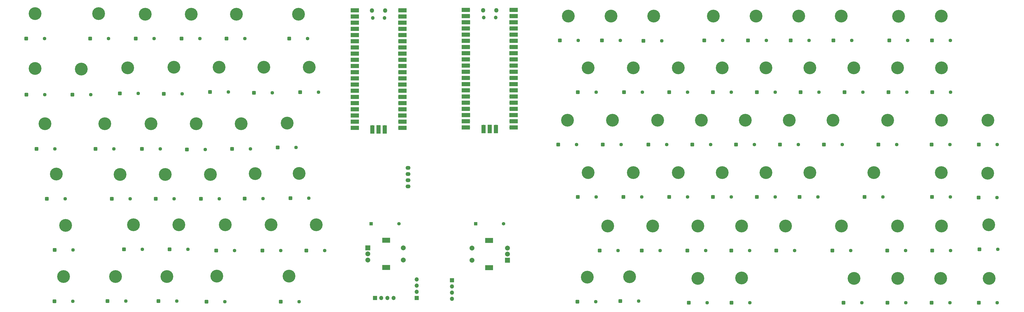
<source format=gbr>
%TF.GenerationSoftware,KiCad,Pcbnew,7.0.10*%
%TF.CreationDate,2025-03-16T20:16:46-04:00*%
%TF.ProjectId,Steno,5374656e-6f2e-46b6-9963-61645f706362,rev?*%
%TF.SameCoordinates,Original*%
%TF.FileFunction,Soldermask,Top*%
%TF.FilePolarity,Negative*%
%FSLAX46Y46*%
G04 Gerber Fmt 4.6, Leading zero omitted, Abs format (unit mm)*
G04 Created by KiCad (PCBNEW 7.0.10) date 2025-03-16 20:16:46*
%MOMM*%
%LPD*%
G01*
G04 APERTURE LIST*
G04 Aperture macros list*
%AMRoundRect*
0 Rectangle with rounded corners*
0 $1 Rounding radius*
0 $2 $3 $4 $5 $6 $7 $8 $9 X,Y pos of 4 corners*
0 Add a 4 corners polygon primitive as box body*
4,1,4,$2,$3,$4,$5,$6,$7,$8,$9,$2,$3,0*
0 Add four circle primitives for the rounded corners*
1,1,$1+$1,$2,$3*
1,1,$1+$1,$4,$5*
1,1,$1+$1,$6,$7*
1,1,$1+$1,$8,$9*
0 Add four rect primitives between the rounded corners*
20,1,$1+$1,$2,$3,$4,$5,0*
20,1,$1+$1,$4,$5,$6,$7,0*
20,1,$1+$1,$6,$7,$8,$9,0*
20,1,$1+$1,$8,$9,$2,$3,0*%
G04 Aperture macros list end*
%ADD10C,5.250000*%
%ADD11O,1.800000X1.800000*%
%ADD12O,1.500000X1.500000*%
%ADD13O,1.700000X1.700000*%
%ADD14R,3.500000X1.700000*%
%ADD15R,1.700000X1.700000*%
%ADD16R,1.700000X3.500000*%
%ADD17RoundRect,0.102000X-0.619000X-0.619000X0.619000X-0.619000X0.619000X0.619000X-0.619000X0.619000X0*%
%ADD18C,1.442000*%
%ADD19R,1.397000X1.397000*%
%ADD20C,1.397000*%
%ADD21O,2.000000X1.600000*%
%ADD22R,2.000000X2.000000*%
%ADD23C,2.000000*%
%ADD24R,3.200000X2.000000*%
G04 APERTURE END LIST*
D10*
%TO.C,SW22*%
X150400000Y-254250000D03*
%TD*%
%TO.C,SW59*%
X320400000Y-253000000D03*
%TD*%
D11*
%TO.C,U1*%
X185165000Y-208030000D03*
D12*
X185465000Y-211060000D03*
X190315000Y-211060000D03*
D11*
X190615000Y-208030000D03*
D13*
X179000000Y-207900000D03*
D14*
X178100000Y-207900000D03*
D13*
X179000000Y-210440000D03*
D14*
X178100000Y-210440000D03*
D15*
X179000000Y-212980000D03*
D14*
X178100000Y-212980000D03*
D13*
X179000000Y-215520000D03*
D14*
X178100000Y-215520000D03*
D13*
X179000000Y-218060000D03*
D14*
X178100000Y-218060000D03*
D13*
X179000000Y-220600000D03*
D14*
X178100000Y-220600000D03*
D13*
X179000000Y-223140000D03*
D14*
X178100000Y-223140000D03*
D15*
X179000000Y-225680000D03*
D14*
X178100000Y-225680000D03*
D13*
X179000000Y-228220000D03*
D14*
X178100000Y-228220000D03*
D13*
X179000000Y-230760000D03*
D14*
X178100000Y-230760000D03*
D13*
X179000000Y-233300000D03*
D14*
X178100000Y-233300000D03*
D13*
X179000000Y-235840000D03*
D14*
X178100000Y-235840000D03*
D15*
X179000000Y-238380000D03*
D14*
X178100000Y-238380000D03*
D13*
X179000000Y-240920000D03*
D14*
X178100000Y-240920000D03*
D13*
X179000000Y-243460000D03*
D14*
X178100000Y-243460000D03*
D13*
X179000000Y-246000000D03*
D14*
X178100000Y-246000000D03*
D13*
X179000000Y-248540000D03*
D14*
X178100000Y-248540000D03*
D15*
X179000000Y-251080000D03*
D14*
X178100000Y-251080000D03*
D13*
X179000000Y-253620000D03*
D14*
X178100000Y-253620000D03*
D13*
X179000000Y-256160000D03*
D14*
X178100000Y-256160000D03*
D13*
X196780000Y-256160000D03*
D14*
X197680000Y-256160000D03*
D13*
X196780000Y-253620000D03*
D14*
X197680000Y-253620000D03*
D15*
X196780000Y-251080000D03*
D14*
X197680000Y-251080000D03*
D13*
X196780000Y-248540000D03*
D14*
X197680000Y-248540000D03*
D13*
X196780000Y-246000000D03*
D14*
X197680000Y-246000000D03*
D13*
X196780000Y-243460000D03*
D14*
X197680000Y-243460000D03*
D13*
X196780000Y-240920000D03*
D14*
X197680000Y-240920000D03*
D15*
X196780000Y-238380000D03*
D14*
X197680000Y-238380000D03*
D13*
X196780000Y-235840000D03*
D14*
X197680000Y-235840000D03*
D13*
X196780000Y-233300000D03*
D14*
X197680000Y-233300000D03*
D13*
X196780000Y-230760000D03*
D14*
X197680000Y-230760000D03*
D13*
X196780000Y-228220000D03*
D14*
X197680000Y-228220000D03*
D15*
X196780000Y-225680000D03*
D14*
X197680000Y-225680000D03*
D13*
X196780000Y-223140000D03*
D14*
X197680000Y-223140000D03*
D13*
X196780000Y-220600000D03*
D14*
X197680000Y-220600000D03*
D13*
X196780000Y-218060000D03*
D14*
X197680000Y-218060000D03*
D13*
X196780000Y-215520000D03*
D14*
X197680000Y-215520000D03*
D15*
X196780000Y-212980000D03*
D14*
X197680000Y-212980000D03*
D13*
X196780000Y-210440000D03*
D14*
X197680000Y-210440000D03*
D13*
X196780000Y-207900000D03*
D14*
X197680000Y-207900000D03*
D13*
X185350000Y-255930000D03*
D16*
X185350000Y-256830000D03*
D15*
X187890000Y-255930000D03*
D16*
X187890000Y-256830000D03*
D13*
X190430000Y-255930000D03*
D16*
X190430000Y-256830000D03*
%TD*%
D17*
%TO.C,D72*%
X396731500Y-328000000D03*
D18*
X404268500Y-328000000D03*
%TD*%
D17*
%TO.C,D62*%
X343131500Y-241500000D03*
D18*
X350668500Y-241500000D03*
%TD*%
D17*
%TO.C,D37*%
X262263000Y-220250000D03*
D18*
X269800000Y-220250000D03*
%TD*%
D10*
%TO.C,SW27*%
X118900000Y-275300000D03*
%TD*%
D17*
%TO.C,D81*%
X393031500Y-263000000D03*
D18*
X400568500Y-263000000D03*
%TD*%
D17*
%TO.C,D26*%
X132931500Y-285200000D03*
D18*
X140468500Y-285200000D03*
%TD*%
D17*
%TO.C,D58*%
X325131500Y-284500000D03*
D18*
X332668500Y-284500000D03*
%TD*%
D17*
%TO.C,D45*%
X279900000Y-263000000D03*
D18*
X287437000Y-263000000D03*
%TD*%
D17*
%TO.C,D34*%
X158231500Y-306500000D03*
D18*
X165768500Y-306500000D03*
%TD*%
D10*
%TO.C,SW3*%
X46900000Y-209300000D03*
%TD*%
D17*
%TO.C,D85*%
X415031500Y-220250000D03*
D18*
X422568500Y-220250000D03*
%TD*%
D17*
%TO.C,D84*%
X434231500Y-328000000D03*
D18*
X441768500Y-328000000D03*
%TD*%
D10*
%TO.C,SW90*%
X437900000Y-274750000D03*
%TD*%
D17*
%TO.C,D89*%
X434531500Y-306000000D03*
D18*
X442068500Y-306000000D03*
%TD*%
D17*
%TO.C,D22*%
X51731500Y-285300000D03*
D18*
X59268500Y-285300000D03*
%TD*%
D17*
%TO.C,D17*%
X90731500Y-264800000D03*
D18*
X98268500Y-264800000D03*
%TD*%
D17*
%TO.C,D21*%
X76631500Y-327250000D03*
D18*
X84168500Y-327250000D03*
%TD*%
D10*
%TO.C,SW8*%
X155000000Y-209500000D03*
%TD*%
%TO.C,SW91*%
X438300000Y-296000000D03*
%TD*%
%TO.C,SW57*%
X325300000Y-210250000D03*
%TD*%
D17*
%TO.C,D52*%
X307131500Y-284500000D03*
D18*
X314668500Y-284500000D03*
%TD*%
D19*
%TO.C,R1*%
X184785000Y-295500000D03*
D20*
X196215000Y-295500000D03*
%TD*%
D10*
%TO.C,SW72*%
X364900000Y-274500000D03*
%TD*%
D19*
%TO.C,R2*%
X227750000Y-295500000D03*
D20*
X239180000Y-295500000D03*
%TD*%
D10*
%TO.C,SW31*%
X59400000Y-296250000D03*
%TD*%
%TO.C,SW55*%
X318900000Y-296500000D03*
%TD*%
%TO.C,SW74*%
X401000000Y-318000000D03*
%TD*%
%TO.C,SW86*%
X438500000Y-318000000D03*
%TD*%
D17*
%TO.C,D3*%
X88231500Y-219500000D03*
D18*
X95768500Y-219500000D03*
%TD*%
D17*
%TO.C,D4*%
X107000000Y-219500000D03*
D18*
X114537000Y-219500000D03*
%TD*%
D10*
%TO.C,SW80*%
X418600000Y-318000000D03*
%TD*%
D17*
%TO.C,D44*%
X288631500Y-241500000D03*
D18*
X296168500Y-241500000D03*
%TD*%
D17*
%TO.C,D28*%
X97563000Y-327250000D03*
D18*
X105100000Y-327250000D03*
%TD*%
D10*
%TO.C,SW89*%
X418900000Y-253000000D03*
%TD*%
%TO.C,SW70*%
X364900000Y-231500000D03*
%TD*%
%TO.C,SW30*%
X101000000Y-317250000D03*
%TD*%
%TO.C,SW84*%
X418800000Y-274500000D03*
%TD*%
D17*
%TO.C,D12*%
X136731500Y-241730000D03*
D18*
X144268500Y-241730000D03*
%TD*%
D10*
%TO.C,SW37*%
X121500000Y-317000000D03*
%TD*%
%TO.C,SW64*%
X346900000Y-231500000D03*
%TD*%
%TO.C,SW75*%
X377800000Y-210250000D03*
%TD*%
%TO.C,SW15*%
X159400000Y-231250000D03*
%TD*%
%TO.C,SW53*%
X302400000Y-253000000D03*
%TD*%
D17*
%TO.C,D73*%
X374531500Y-220250000D03*
D18*
X382068500Y-220250000D03*
%TD*%
D17*
%TO.C,D50*%
X307131500Y-241500000D03*
D18*
X314668500Y-241500000D03*
%TD*%
D17*
%TO.C,D14*%
X54831500Y-327350000D03*
D18*
X62368500Y-327350000D03*
%TD*%
D17*
%TO.C,D47*%
X295900000Y-306500000D03*
D18*
X303437000Y-306500000D03*
%TD*%
D17*
%TO.C,D6*%
X151231500Y-219500000D03*
D18*
X158768500Y-219500000D03*
%TD*%
D17*
%TO.C,D65*%
X351131500Y-306500000D03*
D18*
X358668500Y-306500000D03*
%TD*%
D10*
%TO.C,SW65*%
X338400000Y-253000000D03*
%TD*%
D17*
%TO.C,D77*%
X396631500Y-306500000D03*
D18*
X404168500Y-306500000D03*
%TD*%
D17*
%TO.C,D51*%
X298631500Y-263000000D03*
D18*
X306168500Y-263000000D03*
%TD*%
D17*
%TO.C,D20*%
X146500000Y-264170000D03*
D18*
X154037000Y-264170000D03*
%TD*%
D17*
%TO.C,D10*%
X99731500Y-242190000D03*
D18*
X107268500Y-242190000D03*
%TD*%
D10*
%TO.C,SW40*%
X273900000Y-231500000D03*
%TD*%
D17*
%TO.C,D90*%
X434231500Y-263000000D03*
D18*
X441768500Y-263000000D03*
%TD*%
D10*
%TO.C,SW56*%
X318900000Y-318000000D03*
%TD*%
D17*
%TO.C,D16*%
X71731500Y-264800000D03*
D18*
X79268500Y-264800000D03*
%TD*%
D17*
%TO.C,D18*%
X109231500Y-265030000D03*
D18*
X116768500Y-265030000D03*
%TD*%
D10*
%TO.C,SW36*%
X162268500Y-296000000D03*
%TD*%
%TO.C,SW60*%
X328900000Y-274500000D03*
%TD*%
D17*
%TO.C,D8*%
X62231500Y-242500000D03*
D18*
X69768500Y-242500000D03*
%TD*%
D10*
%TO.C,SW82*%
X400900000Y-231500000D03*
%TD*%
D17*
%TO.C,D61*%
X339531500Y-220250000D03*
D18*
X347068500Y-220250000D03*
%TD*%
D17*
%TO.C,D41*%
X278631500Y-306500000D03*
D18*
X286168500Y-306500000D03*
%TD*%
D17*
%TO.C,D76*%
X387363000Y-284500000D03*
D18*
X394900000Y-284500000D03*
%TD*%
D17*
%TO.C,D35*%
X117231500Y-327500000D03*
D18*
X124768500Y-327500000D03*
%TD*%
D10*
%TO.C,SW79*%
X400900000Y-296500000D03*
%TD*%
%TO.C,SW87*%
X418800000Y-210250000D03*
%TD*%
%TO.C,SW19*%
X94500000Y-254500000D03*
%TD*%
%TO.C,SW9*%
X46900000Y-231750000D03*
%TD*%
D17*
%TO.C,D79*%
X397531500Y-220250000D03*
D18*
X405068500Y-220250000D03*
%TD*%
D10*
%TO.C,SW58*%
X328900000Y-231500000D03*
%TD*%
%TO.C,SW34*%
X125000000Y-296000000D03*
%TD*%
D17*
%TO.C,D59*%
X332631500Y-306500000D03*
D18*
X340168500Y-306500000D03*
%TD*%
D17*
%TO.C,D5*%
X125463000Y-219500000D03*
D18*
X133000000Y-219500000D03*
%TD*%
D17*
%TO.C,D71*%
X374131500Y-306500000D03*
D18*
X381668500Y-306500000D03*
%TD*%
D10*
%TO.C,SW52*%
X310900000Y-231500000D03*
%TD*%
%TO.C,SW66*%
X346900000Y-274500000D03*
%TD*%
D17*
%TO.C,D67*%
X357031500Y-220250000D03*
D18*
X364568500Y-220250000D03*
%TD*%
D10*
%TO.C,SW17*%
X51000000Y-254500000D03*
%TD*%
D17*
%TO.C,D70*%
X360631500Y-284500000D03*
D18*
X368168500Y-284500000D03*
%TD*%
D17*
%TO.C,D63*%
X334631500Y-263000000D03*
D18*
X342168500Y-263000000D03*
%TD*%
D17*
%TO.C,D46*%
X288400000Y-284500000D03*
D18*
X295937000Y-284500000D03*
%TD*%
D10*
%TO.C,SW21*%
X131500000Y-254500000D03*
%TD*%
%TO.C,SW73*%
X377900000Y-296500000D03*
%TD*%
%TO.C,SW11*%
X84900000Y-231500000D03*
%TD*%
%TO.C,SW45*%
X283300000Y-210240000D03*
%TD*%
%TO.C,SW42*%
X273900000Y-274500000D03*
%TD*%
%TO.C,SW51*%
X300800000Y-210250000D03*
%TD*%
%TO.C,SW41*%
X265400000Y-253000000D03*
%TD*%
D17*
%TO.C,D9*%
X81731500Y-242000000D03*
D18*
X89268500Y-242000000D03*
%TD*%
D10*
%TO.C,SW13*%
X122400000Y-231250000D03*
%TD*%
D17*
%TO.C,D48*%
X287131500Y-327300000D03*
D18*
X294668500Y-327300000D03*
%TD*%
D17*
%TO.C,D54*%
X315231500Y-328000000D03*
D18*
X322768500Y-328000000D03*
%TD*%
D10*
%TO.C,SW44*%
X273537000Y-317500000D03*
%TD*%
%TO.C,SW43*%
X281900000Y-296500000D03*
%TD*%
%TO.C,SW6*%
X111000000Y-209500000D03*
%TD*%
%TO.C,SW49*%
X300400000Y-296500000D03*
%TD*%
D15*
%TO.C,J1*%
X186420000Y-326000000D03*
D13*
X188960000Y-326000000D03*
X191500000Y-326000000D03*
X194040000Y-326000000D03*
%TD*%
D10*
%TO.C,SW12*%
X103900000Y-231300000D03*
%TD*%
%TO.C,SW62*%
X336900000Y-317800000D03*
%TD*%
%TO.C,SW29*%
X155300000Y-274880000D03*
%TD*%
D21*
%TO.C,Brd1*%
X199950000Y-272580000D03*
X199950000Y-275120000D03*
X199950000Y-277660000D03*
X199950000Y-280200000D03*
%TD*%
D17*
%TO.C,D42*%
X269500000Y-327500000D03*
D18*
X277037000Y-327500000D03*
%TD*%
D10*
%TO.C,SW83*%
X396800000Y-253000000D03*
%TD*%
D17*
%TO.C,D83*%
X415131500Y-306500000D03*
D18*
X422668500Y-306500000D03*
%TD*%
D10*
%TO.C,SW33*%
X105900000Y-296000000D03*
%TD*%
%TO.C,SW67*%
X354900000Y-296500000D03*
%TD*%
%TO.C,SW92*%
X438000000Y-253000000D03*
%TD*%
%TO.C,SW46*%
X292400000Y-231500000D03*
%TD*%
D17*
%TO.C,D53*%
X314631500Y-306500000D03*
D18*
X322168500Y-306500000D03*
%TD*%
D17*
%TO.C,D86*%
X415131500Y-241500000D03*
D18*
X422668500Y-241500000D03*
%TD*%
D17*
%TO.C,D69*%
X352631500Y-263000000D03*
D18*
X360168500Y-263000000D03*
%TD*%
D17*
%TO.C,D39*%
X261631500Y-263000000D03*
D18*
X269168500Y-263000000D03*
%TD*%
D10*
%TO.C,SW63*%
X342800000Y-210250000D03*
%TD*%
%TO.C,SW26*%
X100300000Y-275300000D03*
%TD*%
%TO.C,SW47*%
X283900000Y-253000000D03*
%TD*%
%TO.C,SW48*%
X292400000Y-274500000D03*
%TD*%
%TO.C,SW25*%
X81800000Y-275300000D03*
%TD*%
%TO.C,SW69*%
X360300000Y-210250000D03*
%TD*%
%TO.C,SW50*%
X290900000Y-317300000D03*
%TD*%
D17*
%TO.C,D43*%
X279531500Y-220250000D03*
D18*
X287068500Y-220250000D03*
%TD*%
D10*
%TO.C,SW24*%
X55600000Y-275100000D03*
%TD*%
D17*
%TO.C,D7*%
X43331500Y-242500000D03*
D18*
X50868500Y-242500000D03*
%TD*%
D17*
%TO.C,D80*%
X397131500Y-241500000D03*
D18*
X404668500Y-241500000D03*
%TD*%
D10*
%TO.C,SW54*%
X310900000Y-274500000D03*
%TD*%
D17*
%TO.C,D55*%
X321531500Y-220250000D03*
D18*
X329068500Y-220250000D03*
%TD*%
D22*
%TO.C,SW2*%
X183500000Y-305400000D03*
D23*
X183500000Y-310400000D03*
X183500000Y-307900000D03*
D24*
X191000000Y-302300000D03*
X191000000Y-313500000D03*
D23*
X198000000Y-310400000D03*
X198000000Y-305400000D03*
%TD*%
D15*
%TO.C,J3*%
X218000000Y-318700000D03*
D13*
X218000000Y-321240000D03*
X218000000Y-323780000D03*
X218000000Y-326320000D03*
%TD*%
D17*
%TO.C,D49*%
X296556500Y-220460000D03*
D18*
X304093500Y-220460000D03*
%TD*%
D17*
%TO.C,D74*%
X379131500Y-241500000D03*
D18*
X386668500Y-241500000D03*
%TD*%
D17*
%TO.C,D19*%
X127731500Y-264800000D03*
D18*
X135268500Y-264800000D03*
%TD*%
D17*
%TO.C,D30*%
X83363000Y-306000000D03*
D18*
X90900000Y-306000000D03*
%TD*%
D10*
%TO.C,SW5*%
X92100000Y-209500000D03*
%TD*%
%TO.C,SW77*%
X374400000Y-253000000D03*
%TD*%
D17*
%TO.C,D27*%
X151731500Y-285000000D03*
D18*
X159268500Y-285000000D03*
%TD*%
D10*
%TO.C,SW81*%
X401300000Y-210400000D03*
%TD*%
D17*
%TO.C,D87*%
X414863000Y-263000000D03*
D18*
X422400000Y-263000000D03*
%TD*%
D10*
%TO.C,SW20*%
X113000000Y-254500000D03*
%TD*%
%TO.C,SW61*%
X336900000Y-296500000D03*
%TD*%
D22*
%TO.C,SW1*%
X240750000Y-310500000D03*
D23*
X240750000Y-305500000D03*
X240750000Y-308000000D03*
D24*
X233250000Y-313600000D03*
X233250000Y-302400000D03*
D23*
X226250000Y-305500000D03*
X226250000Y-310500000D03*
%TD*%
D10*
%TO.C,SW14*%
X140800000Y-231300000D03*
%TD*%
D17*
%TO.C,D68*%
X361131500Y-241500000D03*
D18*
X368668500Y-241500000D03*
%TD*%
D17*
%TO.C,D15*%
X47463000Y-264800000D03*
D18*
X55000000Y-264800000D03*
%TD*%
D17*
%TO.C,D2*%
X69463000Y-219500000D03*
D18*
X77000000Y-219500000D03*
%TD*%
D17*
%TO.C,D66*%
X378731500Y-328000000D03*
D18*
X386268500Y-328000000D03*
%TD*%
D10*
%TO.C,SW88*%
X418900000Y-231500000D03*
%TD*%
D17*
%TO.C,D32*%
X121231500Y-306500000D03*
D18*
X128768500Y-306500000D03*
%TD*%
D10*
%TO.C,SW68*%
X383000000Y-318000000D03*
%TD*%
%TO.C,SW18*%
X75500000Y-254500000D03*
%TD*%
D17*
%TO.C,D23*%
X78431500Y-285300000D03*
D18*
X85968500Y-285300000D03*
%TD*%
D10*
%TO.C,SW35*%
X143768500Y-296000000D03*
%TD*%
D17*
%TO.C,D1*%
X43231500Y-219500000D03*
D18*
X50768500Y-219500000D03*
%TD*%
D10*
%TO.C,SW7*%
X129500000Y-209500000D03*
%TD*%
%TO.C,SW32*%
X87300000Y-296000000D03*
%TD*%
%TO.C,SW71*%
X356400000Y-253000000D03*
%TD*%
%TO.C,SW23*%
X79900000Y-317250000D03*
%TD*%
D11*
%TO.C,U2*%
X230775000Y-207870000D03*
D12*
X231075000Y-210900000D03*
X235925000Y-210900000D03*
D11*
X236225000Y-207870000D03*
D13*
X224610000Y-207740000D03*
D14*
X223710000Y-207740000D03*
D13*
X224610000Y-210280000D03*
D14*
X223710000Y-210280000D03*
D15*
X224610000Y-212820000D03*
D14*
X223710000Y-212820000D03*
D13*
X224610000Y-215360000D03*
D14*
X223710000Y-215360000D03*
D13*
X224610000Y-217900000D03*
D14*
X223710000Y-217900000D03*
D13*
X224610000Y-220440000D03*
D14*
X223710000Y-220440000D03*
D13*
X224610000Y-222980000D03*
D14*
X223710000Y-222980000D03*
D15*
X224610000Y-225520000D03*
D14*
X223710000Y-225520000D03*
D13*
X224610000Y-228060000D03*
D14*
X223710000Y-228060000D03*
D13*
X224610000Y-230600000D03*
D14*
X223710000Y-230600000D03*
D13*
X224610000Y-233140000D03*
D14*
X223710000Y-233140000D03*
D13*
X224610000Y-235680000D03*
D14*
X223710000Y-235680000D03*
D15*
X224610000Y-238220000D03*
D14*
X223710000Y-238220000D03*
D13*
X224610000Y-240760000D03*
D14*
X223710000Y-240760000D03*
D13*
X224610000Y-243300000D03*
D14*
X223710000Y-243300000D03*
D13*
X224610000Y-245840000D03*
D14*
X223710000Y-245840000D03*
D13*
X224610000Y-248380000D03*
D14*
X223710000Y-248380000D03*
D15*
X224610000Y-250920000D03*
D14*
X223710000Y-250920000D03*
D13*
X224610000Y-253460000D03*
D14*
X223710000Y-253460000D03*
D13*
X224610000Y-256000000D03*
D14*
X223710000Y-256000000D03*
D13*
X242390000Y-256000000D03*
D14*
X243290000Y-256000000D03*
D13*
X242390000Y-253460000D03*
D14*
X243290000Y-253460000D03*
D15*
X242390000Y-250920000D03*
D14*
X243290000Y-250920000D03*
D13*
X242390000Y-248380000D03*
D14*
X243290000Y-248380000D03*
D13*
X242390000Y-245840000D03*
D14*
X243290000Y-245840000D03*
D13*
X242390000Y-243300000D03*
D14*
X243290000Y-243300000D03*
D13*
X242390000Y-240760000D03*
D14*
X243290000Y-240760000D03*
D15*
X242390000Y-238220000D03*
D14*
X243290000Y-238220000D03*
D13*
X242390000Y-235680000D03*
D14*
X243290000Y-235680000D03*
D13*
X242390000Y-233140000D03*
D14*
X243290000Y-233140000D03*
D13*
X242390000Y-230600000D03*
D14*
X243290000Y-230600000D03*
D13*
X242390000Y-228060000D03*
D14*
X243290000Y-228060000D03*
D15*
X242390000Y-225520000D03*
D14*
X243290000Y-225520000D03*
D13*
X242390000Y-222980000D03*
D14*
X243290000Y-222980000D03*
D13*
X242390000Y-220440000D03*
D14*
X243290000Y-220440000D03*
D13*
X242390000Y-217900000D03*
D14*
X243290000Y-217900000D03*
D13*
X242390000Y-215360000D03*
D14*
X243290000Y-215360000D03*
D15*
X242390000Y-212820000D03*
D14*
X243290000Y-212820000D03*
D13*
X242390000Y-210280000D03*
D14*
X243290000Y-210280000D03*
D13*
X242390000Y-207740000D03*
D14*
X243290000Y-207740000D03*
D13*
X230960000Y-255770000D03*
D16*
X230960000Y-256670000D03*
D15*
X233500000Y-255770000D03*
D16*
X233500000Y-256670000D03*
D13*
X236040000Y-255770000D03*
D16*
X236040000Y-256670000D03*
%TD*%
D17*
%TO.C,D57*%
X316631500Y-263000000D03*
D18*
X324168500Y-263000000D03*
%TD*%
D17*
%TO.C,D31*%
X102131500Y-306000000D03*
D18*
X109668500Y-306000000D03*
%TD*%
D17*
%TO.C,D40*%
X269631500Y-284500000D03*
D18*
X277168500Y-284500000D03*
%TD*%
D17*
%TO.C,D11*%
X118731500Y-241460000D03*
D18*
X126268500Y-241460000D03*
%TD*%
D17*
%TO.C,D24*%
X96431500Y-285300000D03*
D18*
X103968500Y-285300000D03*
%TD*%
D17*
%TO.C,D36*%
X147731500Y-327500000D03*
D18*
X155268500Y-327500000D03*
%TD*%
D17*
%TO.C,D82*%
X415031500Y-284500000D03*
D18*
X422568500Y-284500000D03*
%TD*%
D10*
%TO.C,SW28*%
X137200000Y-275000000D03*
%TD*%
%TO.C,SW38*%
X151100000Y-317000000D03*
%TD*%
D17*
%TO.C,D64*%
X343131500Y-284500000D03*
D18*
X350668500Y-284500000D03*
%TD*%
D17*
%TO.C,D38*%
X269631500Y-241500000D03*
D18*
X277168500Y-241500000D03*
%TD*%
D15*
%TO.C,J2*%
X203500000Y-326000000D03*
D13*
X203500000Y-323460000D03*
X203500000Y-320920000D03*
X203500000Y-318380000D03*
%TD*%
D17*
%TO.C,D13*%
X155731500Y-241500000D03*
D18*
X163268500Y-241500000D03*
%TD*%
D10*
%TO.C,SW16*%
X58600000Y-317200000D03*
%TD*%
%TO.C,SW4*%
X73000000Y-209300000D03*
%TD*%
%TO.C,SW85*%
X418900000Y-296500000D03*
%TD*%
D17*
%TO.C,D78*%
X414831500Y-328000000D03*
D18*
X422368500Y-328000000D03*
%TD*%
D17*
%TO.C,D56*%
X325131500Y-241500000D03*
D18*
X332668500Y-241500000D03*
%TD*%
D17*
%TO.C,D29*%
X54963000Y-306250000D03*
D18*
X62500000Y-306250000D03*
%TD*%
D17*
%TO.C,D60*%
X332731500Y-328000000D03*
D18*
X340268500Y-328000000D03*
%TD*%
D17*
%TO.C,D25*%
X114931500Y-285300000D03*
D18*
X122468500Y-285300000D03*
%TD*%
D17*
%TO.C,D75*%
X370631500Y-263000000D03*
D18*
X378168500Y-263000000D03*
%TD*%
D17*
%TO.C,D33*%
X140231500Y-306500000D03*
D18*
X147768500Y-306500000D03*
%TD*%
D10*
%TO.C,SW78*%
X391131500Y-274500000D03*
%TD*%
%TO.C,SW39*%
X265800000Y-210250000D03*
%TD*%
D17*
%TO.C,D88*%
X434131500Y-284750000D03*
D18*
X441668500Y-284750000D03*
%TD*%
D10*
%TO.C,SW10*%
X65900000Y-232000000D03*
%TD*%
%TO.C,SW76*%
X382900000Y-231500000D03*
%TD*%
M02*

</source>
